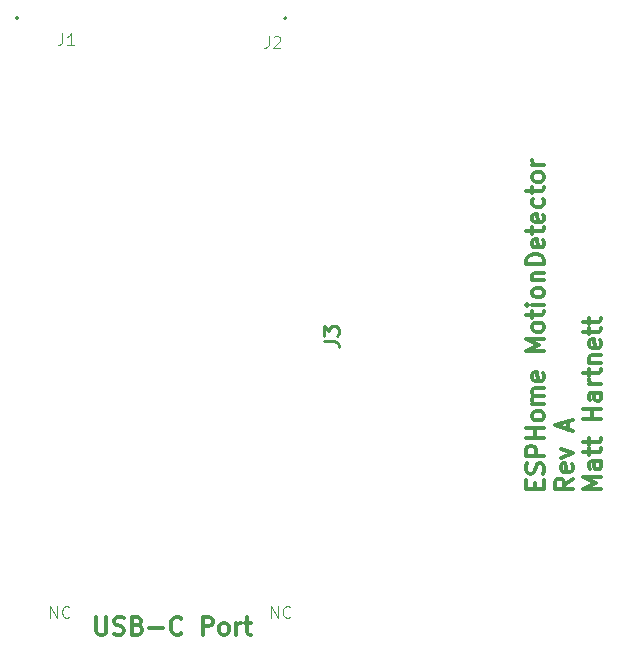
<source format=gto>
%TF.GenerationSoftware,KiCad,Pcbnew,8.0.7-8.0.7-0~ubuntu22.04.1*%
%TF.CreationDate,2024-12-29T16:10:50-07:00*%
%TF.ProjectId,MotionDetector,4d6f7469-6f6e-4446-9574-6563746f722e,A*%
%TF.SameCoordinates,Original*%
%TF.FileFunction,Legend,Top*%
%TF.FilePolarity,Positive*%
%FSLAX46Y46*%
G04 Gerber Fmt 4.6, Leading zero omitted, Abs format (unit mm)*
G04 Created by KiCad (PCBNEW 8.0.7-8.0.7-0~ubuntu22.04.1) date 2024-12-29 16:10:50*
%MOMM*%
%LPD*%
G01*
G04 APERTURE LIST*
%ADD10C,0.300000*%
%ADD11C,0.100000*%
%ADD12C,0.254000*%
%ADD13C,0.200000*%
G04 APERTURE END LIST*
D10*
X143685282Y-89445489D02*
X143685282Y-88945489D01*
X144470996Y-88731203D02*
X144470996Y-89445489D01*
X144470996Y-89445489D02*
X142970996Y-89445489D01*
X142970996Y-89445489D02*
X142970996Y-88731203D01*
X144399568Y-88159774D02*
X144470996Y-87945489D01*
X144470996Y-87945489D02*
X144470996Y-87588346D01*
X144470996Y-87588346D02*
X144399568Y-87445489D01*
X144399568Y-87445489D02*
X144328139Y-87374060D01*
X144328139Y-87374060D02*
X144185282Y-87302631D01*
X144185282Y-87302631D02*
X144042425Y-87302631D01*
X144042425Y-87302631D02*
X143899568Y-87374060D01*
X143899568Y-87374060D02*
X143828139Y-87445489D01*
X143828139Y-87445489D02*
X143756710Y-87588346D01*
X143756710Y-87588346D02*
X143685282Y-87874060D01*
X143685282Y-87874060D02*
X143613853Y-88016917D01*
X143613853Y-88016917D02*
X143542425Y-88088346D01*
X143542425Y-88088346D02*
X143399568Y-88159774D01*
X143399568Y-88159774D02*
X143256710Y-88159774D01*
X143256710Y-88159774D02*
X143113853Y-88088346D01*
X143113853Y-88088346D02*
X143042425Y-88016917D01*
X143042425Y-88016917D02*
X142970996Y-87874060D01*
X142970996Y-87874060D02*
X142970996Y-87516917D01*
X142970996Y-87516917D02*
X143042425Y-87302631D01*
X144470996Y-86659775D02*
X142970996Y-86659775D01*
X142970996Y-86659775D02*
X142970996Y-86088346D01*
X142970996Y-86088346D02*
X143042425Y-85945489D01*
X143042425Y-85945489D02*
X143113853Y-85874060D01*
X143113853Y-85874060D02*
X143256710Y-85802632D01*
X143256710Y-85802632D02*
X143470996Y-85802632D01*
X143470996Y-85802632D02*
X143613853Y-85874060D01*
X143613853Y-85874060D02*
X143685282Y-85945489D01*
X143685282Y-85945489D02*
X143756710Y-86088346D01*
X143756710Y-86088346D02*
X143756710Y-86659775D01*
X144470996Y-85159775D02*
X142970996Y-85159775D01*
X143685282Y-85159775D02*
X143685282Y-84302632D01*
X144470996Y-84302632D02*
X142970996Y-84302632D01*
X144470996Y-83374060D02*
X144399568Y-83516917D01*
X144399568Y-83516917D02*
X144328139Y-83588346D01*
X144328139Y-83588346D02*
X144185282Y-83659774D01*
X144185282Y-83659774D02*
X143756710Y-83659774D01*
X143756710Y-83659774D02*
X143613853Y-83588346D01*
X143613853Y-83588346D02*
X143542425Y-83516917D01*
X143542425Y-83516917D02*
X143470996Y-83374060D01*
X143470996Y-83374060D02*
X143470996Y-83159774D01*
X143470996Y-83159774D02*
X143542425Y-83016917D01*
X143542425Y-83016917D02*
X143613853Y-82945489D01*
X143613853Y-82945489D02*
X143756710Y-82874060D01*
X143756710Y-82874060D02*
X144185282Y-82874060D01*
X144185282Y-82874060D02*
X144328139Y-82945489D01*
X144328139Y-82945489D02*
X144399568Y-83016917D01*
X144399568Y-83016917D02*
X144470996Y-83159774D01*
X144470996Y-83159774D02*
X144470996Y-83374060D01*
X144470996Y-82231203D02*
X143470996Y-82231203D01*
X143613853Y-82231203D02*
X143542425Y-82159774D01*
X143542425Y-82159774D02*
X143470996Y-82016917D01*
X143470996Y-82016917D02*
X143470996Y-81802631D01*
X143470996Y-81802631D02*
X143542425Y-81659774D01*
X143542425Y-81659774D02*
X143685282Y-81588346D01*
X143685282Y-81588346D02*
X144470996Y-81588346D01*
X143685282Y-81588346D02*
X143542425Y-81516917D01*
X143542425Y-81516917D02*
X143470996Y-81374060D01*
X143470996Y-81374060D02*
X143470996Y-81159774D01*
X143470996Y-81159774D02*
X143542425Y-81016917D01*
X143542425Y-81016917D02*
X143685282Y-80945488D01*
X143685282Y-80945488D02*
X144470996Y-80945488D01*
X144399568Y-79659774D02*
X144470996Y-79802631D01*
X144470996Y-79802631D02*
X144470996Y-80088346D01*
X144470996Y-80088346D02*
X144399568Y-80231203D01*
X144399568Y-80231203D02*
X144256710Y-80302631D01*
X144256710Y-80302631D02*
X143685282Y-80302631D01*
X143685282Y-80302631D02*
X143542425Y-80231203D01*
X143542425Y-80231203D02*
X143470996Y-80088346D01*
X143470996Y-80088346D02*
X143470996Y-79802631D01*
X143470996Y-79802631D02*
X143542425Y-79659774D01*
X143542425Y-79659774D02*
X143685282Y-79588346D01*
X143685282Y-79588346D02*
X143828139Y-79588346D01*
X143828139Y-79588346D02*
X143970996Y-80302631D01*
X144470996Y-77802632D02*
X142970996Y-77802632D01*
X142970996Y-77802632D02*
X144042425Y-77302632D01*
X144042425Y-77302632D02*
X142970996Y-76802632D01*
X142970996Y-76802632D02*
X144470996Y-76802632D01*
X144470996Y-75874060D02*
X144399568Y-76016917D01*
X144399568Y-76016917D02*
X144328139Y-76088346D01*
X144328139Y-76088346D02*
X144185282Y-76159774D01*
X144185282Y-76159774D02*
X143756710Y-76159774D01*
X143756710Y-76159774D02*
X143613853Y-76088346D01*
X143613853Y-76088346D02*
X143542425Y-76016917D01*
X143542425Y-76016917D02*
X143470996Y-75874060D01*
X143470996Y-75874060D02*
X143470996Y-75659774D01*
X143470996Y-75659774D02*
X143542425Y-75516917D01*
X143542425Y-75516917D02*
X143613853Y-75445489D01*
X143613853Y-75445489D02*
X143756710Y-75374060D01*
X143756710Y-75374060D02*
X144185282Y-75374060D01*
X144185282Y-75374060D02*
X144328139Y-75445489D01*
X144328139Y-75445489D02*
X144399568Y-75516917D01*
X144399568Y-75516917D02*
X144470996Y-75659774D01*
X144470996Y-75659774D02*
X144470996Y-75874060D01*
X143470996Y-74945488D02*
X143470996Y-74374060D01*
X142970996Y-74731203D02*
X144256710Y-74731203D01*
X144256710Y-74731203D02*
X144399568Y-74659774D01*
X144399568Y-74659774D02*
X144470996Y-74516917D01*
X144470996Y-74516917D02*
X144470996Y-74374060D01*
X144470996Y-73874060D02*
X143470996Y-73874060D01*
X142970996Y-73874060D02*
X143042425Y-73945488D01*
X143042425Y-73945488D02*
X143113853Y-73874060D01*
X143113853Y-73874060D02*
X143042425Y-73802631D01*
X143042425Y-73802631D02*
X142970996Y-73874060D01*
X142970996Y-73874060D02*
X143113853Y-73874060D01*
X144470996Y-72945488D02*
X144399568Y-73088345D01*
X144399568Y-73088345D02*
X144328139Y-73159774D01*
X144328139Y-73159774D02*
X144185282Y-73231202D01*
X144185282Y-73231202D02*
X143756710Y-73231202D01*
X143756710Y-73231202D02*
X143613853Y-73159774D01*
X143613853Y-73159774D02*
X143542425Y-73088345D01*
X143542425Y-73088345D02*
X143470996Y-72945488D01*
X143470996Y-72945488D02*
X143470996Y-72731202D01*
X143470996Y-72731202D02*
X143542425Y-72588345D01*
X143542425Y-72588345D02*
X143613853Y-72516917D01*
X143613853Y-72516917D02*
X143756710Y-72445488D01*
X143756710Y-72445488D02*
X144185282Y-72445488D01*
X144185282Y-72445488D02*
X144328139Y-72516917D01*
X144328139Y-72516917D02*
X144399568Y-72588345D01*
X144399568Y-72588345D02*
X144470996Y-72731202D01*
X144470996Y-72731202D02*
X144470996Y-72945488D01*
X143470996Y-71802631D02*
X144470996Y-71802631D01*
X143613853Y-71802631D02*
X143542425Y-71731202D01*
X143542425Y-71731202D02*
X143470996Y-71588345D01*
X143470996Y-71588345D02*
X143470996Y-71374059D01*
X143470996Y-71374059D02*
X143542425Y-71231202D01*
X143542425Y-71231202D02*
X143685282Y-71159774D01*
X143685282Y-71159774D02*
X144470996Y-71159774D01*
X144470996Y-70445488D02*
X142970996Y-70445488D01*
X142970996Y-70445488D02*
X142970996Y-70088345D01*
X142970996Y-70088345D02*
X143042425Y-69874059D01*
X143042425Y-69874059D02*
X143185282Y-69731202D01*
X143185282Y-69731202D02*
X143328139Y-69659773D01*
X143328139Y-69659773D02*
X143613853Y-69588345D01*
X143613853Y-69588345D02*
X143828139Y-69588345D01*
X143828139Y-69588345D02*
X144113853Y-69659773D01*
X144113853Y-69659773D02*
X144256710Y-69731202D01*
X144256710Y-69731202D02*
X144399568Y-69874059D01*
X144399568Y-69874059D02*
X144470996Y-70088345D01*
X144470996Y-70088345D02*
X144470996Y-70445488D01*
X144399568Y-68374059D02*
X144470996Y-68516916D01*
X144470996Y-68516916D02*
X144470996Y-68802631D01*
X144470996Y-68802631D02*
X144399568Y-68945488D01*
X144399568Y-68945488D02*
X144256710Y-69016916D01*
X144256710Y-69016916D02*
X143685282Y-69016916D01*
X143685282Y-69016916D02*
X143542425Y-68945488D01*
X143542425Y-68945488D02*
X143470996Y-68802631D01*
X143470996Y-68802631D02*
X143470996Y-68516916D01*
X143470996Y-68516916D02*
X143542425Y-68374059D01*
X143542425Y-68374059D02*
X143685282Y-68302631D01*
X143685282Y-68302631D02*
X143828139Y-68302631D01*
X143828139Y-68302631D02*
X143970996Y-69016916D01*
X143470996Y-67874059D02*
X143470996Y-67302631D01*
X142970996Y-67659774D02*
X144256710Y-67659774D01*
X144256710Y-67659774D02*
X144399568Y-67588345D01*
X144399568Y-67588345D02*
X144470996Y-67445488D01*
X144470996Y-67445488D02*
X144470996Y-67302631D01*
X144399568Y-66231202D02*
X144470996Y-66374059D01*
X144470996Y-66374059D02*
X144470996Y-66659774D01*
X144470996Y-66659774D02*
X144399568Y-66802631D01*
X144399568Y-66802631D02*
X144256710Y-66874059D01*
X144256710Y-66874059D02*
X143685282Y-66874059D01*
X143685282Y-66874059D02*
X143542425Y-66802631D01*
X143542425Y-66802631D02*
X143470996Y-66659774D01*
X143470996Y-66659774D02*
X143470996Y-66374059D01*
X143470996Y-66374059D02*
X143542425Y-66231202D01*
X143542425Y-66231202D02*
X143685282Y-66159774D01*
X143685282Y-66159774D02*
X143828139Y-66159774D01*
X143828139Y-66159774D02*
X143970996Y-66874059D01*
X144399568Y-64874060D02*
X144470996Y-65016917D01*
X144470996Y-65016917D02*
X144470996Y-65302631D01*
X144470996Y-65302631D02*
X144399568Y-65445488D01*
X144399568Y-65445488D02*
X144328139Y-65516917D01*
X144328139Y-65516917D02*
X144185282Y-65588345D01*
X144185282Y-65588345D02*
X143756710Y-65588345D01*
X143756710Y-65588345D02*
X143613853Y-65516917D01*
X143613853Y-65516917D02*
X143542425Y-65445488D01*
X143542425Y-65445488D02*
X143470996Y-65302631D01*
X143470996Y-65302631D02*
X143470996Y-65016917D01*
X143470996Y-65016917D02*
X143542425Y-64874060D01*
X143470996Y-64445488D02*
X143470996Y-63874060D01*
X142970996Y-64231203D02*
X144256710Y-64231203D01*
X144256710Y-64231203D02*
X144399568Y-64159774D01*
X144399568Y-64159774D02*
X144470996Y-64016917D01*
X144470996Y-64016917D02*
X144470996Y-63874060D01*
X144470996Y-63159774D02*
X144399568Y-63302631D01*
X144399568Y-63302631D02*
X144328139Y-63374060D01*
X144328139Y-63374060D02*
X144185282Y-63445488D01*
X144185282Y-63445488D02*
X143756710Y-63445488D01*
X143756710Y-63445488D02*
X143613853Y-63374060D01*
X143613853Y-63374060D02*
X143542425Y-63302631D01*
X143542425Y-63302631D02*
X143470996Y-63159774D01*
X143470996Y-63159774D02*
X143470996Y-62945488D01*
X143470996Y-62945488D02*
X143542425Y-62802631D01*
X143542425Y-62802631D02*
X143613853Y-62731203D01*
X143613853Y-62731203D02*
X143756710Y-62659774D01*
X143756710Y-62659774D02*
X144185282Y-62659774D01*
X144185282Y-62659774D02*
X144328139Y-62731203D01*
X144328139Y-62731203D02*
X144399568Y-62802631D01*
X144399568Y-62802631D02*
X144470996Y-62945488D01*
X144470996Y-62945488D02*
X144470996Y-63159774D01*
X144470996Y-62016917D02*
X143470996Y-62016917D01*
X143756710Y-62016917D02*
X143613853Y-61945488D01*
X143613853Y-61945488D02*
X143542425Y-61874060D01*
X143542425Y-61874060D02*
X143470996Y-61731202D01*
X143470996Y-61731202D02*
X143470996Y-61588345D01*
X146885912Y-88588346D02*
X146171626Y-89088346D01*
X146885912Y-89445489D02*
X145385912Y-89445489D01*
X145385912Y-89445489D02*
X145385912Y-88874060D01*
X145385912Y-88874060D02*
X145457341Y-88731203D01*
X145457341Y-88731203D02*
X145528769Y-88659774D01*
X145528769Y-88659774D02*
X145671626Y-88588346D01*
X145671626Y-88588346D02*
X145885912Y-88588346D01*
X145885912Y-88588346D02*
X146028769Y-88659774D01*
X146028769Y-88659774D02*
X146100198Y-88731203D01*
X146100198Y-88731203D02*
X146171626Y-88874060D01*
X146171626Y-88874060D02*
X146171626Y-89445489D01*
X146814484Y-87374060D02*
X146885912Y-87516917D01*
X146885912Y-87516917D02*
X146885912Y-87802632D01*
X146885912Y-87802632D02*
X146814484Y-87945489D01*
X146814484Y-87945489D02*
X146671626Y-88016917D01*
X146671626Y-88016917D02*
X146100198Y-88016917D01*
X146100198Y-88016917D02*
X145957341Y-87945489D01*
X145957341Y-87945489D02*
X145885912Y-87802632D01*
X145885912Y-87802632D02*
X145885912Y-87516917D01*
X145885912Y-87516917D02*
X145957341Y-87374060D01*
X145957341Y-87374060D02*
X146100198Y-87302632D01*
X146100198Y-87302632D02*
X146243055Y-87302632D01*
X146243055Y-87302632D02*
X146385912Y-88016917D01*
X145885912Y-86802632D02*
X146885912Y-86445489D01*
X146885912Y-86445489D02*
X145885912Y-86088346D01*
X146457341Y-84445489D02*
X146457341Y-83731204D01*
X146885912Y-84588346D02*
X145385912Y-84088346D01*
X145385912Y-84088346D02*
X146885912Y-83588346D01*
X149300828Y-89445489D02*
X147800828Y-89445489D01*
X147800828Y-89445489D02*
X148872257Y-88945489D01*
X148872257Y-88945489D02*
X147800828Y-88445489D01*
X147800828Y-88445489D02*
X149300828Y-88445489D01*
X149300828Y-87088346D02*
X148515114Y-87088346D01*
X148515114Y-87088346D02*
X148372257Y-87159774D01*
X148372257Y-87159774D02*
X148300828Y-87302631D01*
X148300828Y-87302631D02*
X148300828Y-87588346D01*
X148300828Y-87588346D02*
X148372257Y-87731203D01*
X149229400Y-87088346D02*
X149300828Y-87231203D01*
X149300828Y-87231203D02*
X149300828Y-87588346D01*
X149300828Y-87588346D02*
X149229400Y-87731203D01*
X149229400Y-87731203D02*
X149086542Y-87802631D01*
X149086542Y-87802631D02*
X148943685Y-87802631D01*
X148943685Y-87802631D02*
X148800828Y-87731203D01*
X148800828Y-87731203D02*
X148729400Y-87588346D01*
X148729400Y-87588346D02*
X148729400Y-87231203D01*
X148729400Y-87231203D02*
X148657971Y-87088346D01*
X148300828Y-86588345D02*
X148300828Y-86016917D01*
X147800828Y-86374060D02*
X149086542Y-86374060D01*
X149086542Y-86374060D02*
X149229400Y-86302631D01*
X149229400Y-86302631D02*
X149300828Y-86159774D01*
X149300828Y-86159774D02*
X149300828Y-86016917D01*
X148300828Y-85731202D02*
X148300828Y-85159774D01*
X147800828Y-85516917D02*
X149086542Y-85516917D01*
X149086542Y-85516917D02*
X149229400Y-85445488D01*
X149229400Y-85445488D02*
X149300828Y-85302631D01*
X149300828Y-85302631D02*
X149300828Y-85159774D01*
X149300828Y-83516917D02*
X147800828Y-83516917D01*
X148515114Y-83516917D02*
X148515114Y-82659774D01*
X149300828Y-82659774D02*
X147800828Y-82659774D01*
X149300828Y-81302631D02*
X148515114Y-81302631D01*
X148515114Y-81302631D02*
X148372257Y-81374059D01*
X148372257Y-81374059D02*
X148300828Y-81516916D01*
X148300828Y-81516916D02*
X148300828Y-81802631D01*
X148300828Y-81802631D02*
X148372257Y-81945488D01*
X149229400Y-81302631D02*
X149300828Y-81445488D01*
X149300828Y-81445488D02*
X149300828Y-81802631D01*
X149300828Y-81802631D02*
X149229400Y-81945488D01*
X149229400Y-81945488D02*
X149086542Y-82016916D01*
X149086542Y-82016916D02*
X148943685Y-82016916D01*
X148943685Y-82016916D02*
X148800828Y-81945488D01*
X148800828Y-81945488D02*
X148729400Y-81802631D01*
X148729400Y-81802631D02*
X148729400Y-81445488D01*
X148729400Y-81445488D02*
X148657971Y-81302631D01*
X149300828Y-80588345D02*
X148300828Y-80588345D01*
X148586542Y-80588345D02*
X148443685Y-80516916D01*
X148443685Y-80516916D02*
X148372257Y-80445488D01*
X148372257Y-80445488D02*
X148300828Y-80302630D01*
X148300828Y-80302630D02*
X148300828Y-80159773D01*
X148300828Y-79874059D02*
X148300828Y-79302631D01*
X147800828Y-79659774D02*
X149086542Y-79659774D01*
X149086542Y-79659774D02*
X149229400Y-79588345D01*
X149229400Y-79588345D02*
X149300828Y-79445488D01*
X149300828Y-79445488D02*
X149300828Y-79302631D01*
X148300828Y-78802631D02*
X149300828Y-78802631D01*
X148443685Y-78802631D02*
X148372257Y-78731202D01*
X148372257Y-78731202D02*
X148300828Y-78588345D01*
X148300828Y-78588345D02*
X148300828Y-78374059D01*
X148300828Y-78374059D02*
X148372257Y-78231202D01*
X148372257Y-78231202D02*
X148515114Y-78159774D01*
X148515114Y-78159774D02*
X149300828Y-78159774D01*
X149229400Y-76874059D02*
X149300828Y-77016916D01*
X149300828Y-77016916D02*
X149300828Y-77302631D01*
X149300828Y-77302631D02*
X149229400Y-77445488D01*
X149229400Y-77445488D02*
X149086542Y-77516916D01*
X149086542Y-77516916D02*
X148515114Y-77516916D01*
X148515114Y-77516916D02*
X148372257Y-77445488D01*
X148372257Y-77445488D02*
X148300828Y-77302631D01*
X148300828Y-77302631D02*
X148300828Y-77016916D01*
X148300828Y-77016916D02*
X148372257Y-76874059D01*
X148372257Y-76874059D02*
X148515114Y-76802631D01*
X148515114Y-76802631D02*
X148657971Y-76802631D01*
X148657971Y-76802631D02*
X148800828Y-77516916D01*
X148300828Y-76374059D02*
X148300828Y-75802631D01*
X147800828Y-76159774D02*
X149086542Y-76159774D01*
X149086542Y-76159774D02*
X149229400Y-76088345D01*
X149229400Y-76088345D02*
X149300828Y-75945488D01*
X149300828Y-75945488D02*
X149300828Y-75802631D01*
X148300828Y-75516916D02*
X148300828Y-74945488D01*
X147800828Y-75302631D02*
X149086542Y-75302631D01*
X149086542Y-75302631D02*
X149229400Y-75231202D01*
X149229400Y-75231202D02*
X149300828Y-75088345D01*
X149300828Y-75088345D02*
X149300828Y-74945488D01*
X106554510Y-100300828D02*
X106554510Y-101515114D01*
X106554510Y-101515114D02*
X106625939Y-101657971D01*
X106625939Y-101657971D02*
X106697368Y-101729400D01*
X106697368Y-101729400D02*
X106840225Y-101800828D01*
X106840225Y-101800828D02*
X107125939Y-101800828D01*
X107125939Y-101800828D02*
X107268796Y-101729400D01*
X107268796Y-101729400D02*
X107340225Y-101657971D01*
X107340225Y-101657971D02*
X107411653Y-101515114D01*
X107411653Y-101515114D02*
X107411653Y-100300828D01*
X108054511Y-101729400D02*
X108268797Y-101800828D01*
X108268797Y-101800828D02*
X108625939Y-101800828D01*
X108625939Y-101800828D02*
X108768797Y-101729400D01*
X108768797Y-101729400D02*
X108840225Y-101657971D01*
X108840225Y-101657971D02*
X108911654Y-101515114D01*
X108911654Y-101515114D02*
X108911654Y-101372257D01*
X108911654Y-101372257D02*
X108840225Y-101229400D01*
X108840225Y-101229400D02*
X108768797Y-101157971D01*
X108768797Y-101157971D02*
X108625939Y-101086542D01*
X108625939Y-101086542D02*
X108340225Y-101015114D01*
X108340225Y-101015114D02*
X108197368Y-100943685D01*
X108197368Y-100943685D02*
X108125939Y-100872257D01*
X108125939Y-100872257D02*
X108054511Y-100729400D01*
X108054511Y-100729400D02*
X108054511Y-100586542D01*
X108054511Y-100586542D02*
X108125939Y-100443685D01*
X108125939Y-100443685D02*
X108197368Y-100372257D01*
X108197368Y-100372257D02*
X108340225Y-100300828D01*
X108340225Y-100300828D02*
X108697368Y-100300828D01*
X108697368Y-100300828D02*
X108911654Y-100372257D01*
X110054510Y-101015114D02*
X110268796Y-101086542D01*
X110268796Y-101086542D02*
X110340225Y-101157971D01*
X110340225Y-101157971D02*
X110411653Y-101300828D01*
X110411653Y-101300828D02*
X110411653Y-101515114D01*
X110411653Y-101515114D02*
X110340225Y-101657971D01*
X110340225Y-101657971D02*
X110268796Y-101729400D01*
X110268796Y-101729400D02*
X110125939Y-101800828D01*
X110125939Y-101800828D02*
X109554510Y-101800828D01*
X109554510Y-101800828D02*
X109554510Y-100300828D01*
X109554510Y-100300828D02*
X110054510Y-100300828D01*
X110054510Y-100300828D02*
X110197368Y-100372257D01*
X110197368Y-100372257D02*
X110268796Y-100443685D01*
X110268796Y-100443685D02*
X110340225Y-100586542D01*
X110340225Y-100586542D02*
X110340225Y-100729400D01*
X110340225Y-100729400D02*
X110268796Y-100872257D01*
X110268796Y-100872257D02*
X110197368Y-100943685D01*
X110197368Y-100943685D02*
X110054510Y-101015114D01*
X110054510Y-101015114D02*
X109554510Y-101015114D01*
X111054510Y-101229400D02*
X112197368Y-101229400D01*
X113768796Y-101657971D02*
X113697368Y-101729400D01*
X113697368Y-101729400D02*
X113483082Y-101800828D01*
X113483082Y-101800828D02*
X113340225Y-101800828D01*
X113340225Y-101800828D02*
X113125939Y-101729400D01*
X113125939Y-101729400D02*
X112983082Y-101586542D01*
X112983082Y-101586542D02*
X112911653Y-101443685D01*
X112911653Y-101443685D02*
X112840225Y-101157971D01*
X112840225Y-101157971D02*
X112840225Y-100943685D01*
X112840225Y-100943685D02*
X112911653Y-100657971D01*
X112911653Y-100657971D02*
X112983082Y-100515114D01*
X112983082Y-100515114D02*
X113125939Y-100372257D01*
X113125939Y-100372257D02*
X113340225Y-100300828D01*
X113340225Y-100300828D02*
X113483082Y-100300828D01*
X113483082Y-100300828D02*
X113697368Y-100372257D01*
X113697368Y-100372257D02*
X113768796Y-100443685D01*
X115554510Y-101800828D02*
X115554510Y-100300828D01*
X115554510Y-100300828D02*
X116125939Y-100300828D01*
X116125939Y-100300828D02*
X116268796Y-100372257D01*
X116268796Y-100372257D02*
X116340225Y-100443685D01*
X116340225Y-100443685D02*
X116411653Y-100586542D01*
X116411653Y-100586542D02*
X116411653Y-100800828D01*
X116411653Y-100800828D02*
X116340225Y-100943685D01*
X116340225Y-100943685D02*
X116268796Y-101015114D01*
X116268796Y-101015114D02*
X116125939Y-101086542D01*
X116125939Y-101086542D02*
X115554510Y-101086542D01*
X117268796Y-101800828D02*
X117125939Y-101729400D01*
X117125939Y-101729400D02*
X117054510Y-101657971D01*
X117054510Y-101657971D02*
X116983082Y-101515114D01*
X116983082Y-101515114D02*
X116983082Y-101086542D01*
X116983082Y-101086542D02*
X117054510Y-100943685D01*
X117054510Y-100943685D02*
X117125939Y-100872257D01*
X117125939Y-100872257D02*
X117268796Y-100800828D01*
X117268796Y-100800828D02*
X117483082Y-100800828D01*
X117483082Y-100800828D02*
X117625939Y-100872257D01*
X117625939Y-100872257D02*
X117697368Y-100943685D01*
X117697368Y-100943685D02*
X117768796Y-101086542D01*
X117768796Y-101086542D02*
X117768796Y-101515114D01*
X117768796Y-101515114D02*
X117697368Y-101657971D01*
X117697368Y-101657971D02*
X117625939Y-101729400D01*
X117625939Y-101729400D02*
X117483082Y-101800828D01*
X117483082Y-101800828D02*
X117268796Y-101800828D01*
X118411653Y-101800828D02*
X118411653Y-100800828D01*
X118411653Y-101086542D02*
X118483082Y-100943685D01*
X118483082Y-100943685D02*
X118554511Y-100872257D01*
X118554511Y-100872257D02*
X118697368Y-100800828D01*
X118697368Y-100800828D02*
X118840225Y-100800828D01*
X119125939Y-100800828D02*
X119697367Y-100800828D01*
X119340224Y-100300828D02*
X119340224Y-101586542D01*
X119340224Y-101586542D02*
X119411653Y-101729400D01*
X119411653Y-101729400D02*
X119554510Y-101800828D01*
X119554510Y-101800828D02*
X119697367Y-101800828D01*
D11*
X121353884Y-100372419D02*
X121353884Y-99372419D01*
X121353884Y-99372419D02*
X121925312Y-100372419D01*
X121925312Y-100372419D02*
X121925312Y-99372419D01*
X122972931Y-100277180D02*
X122925312Y-100324800D01*
X122925312Y-100324800D02*
X122782455Y-100372419D01*
X122782455Y-100372419D02*
X122687217Y-100372419D01*
X122687217Y-100372419D02*
X122544360Y-100324800D01*
X122544360Y-100324800D02*
X122449122Y-100229561D01*
X122449122Y-100229561D02*
X122401503Y-100134323D01*
X122401503Y-100134323D02*
X122353884Y-99943847D01*
X122353884Y-99943847D02*
X122353884Y-99800990D01*
X122353884Y-99800990D02*
X122401503Y-99610514D01*
X122401503Y-99610514D02*
X122449122Y-99515276D01*
X122449122Y-99515276D02*
X122544360Y-99420038D01*
X122544360Y-99420038D02*
X122687217Y-99372419D01*
X122687217Y-99372419D02*
X122782455Y-99372419D01*
X122782455Y-99372419D02*
X122925312Y-99420038D01*
X122925312Y-99420038D02*
X122972931Y-99467657D01*
X121139598Y-51122419D02*
X121139598Y-51836704D01*
X121139598Y-51836704D02*
X121091979Y-51979561D01*
X121091979Y-51979561D02*
X120996741Y-52074800D01*
X120996741Y-52074800D02*
X120853884Y-52122419D01*
X120853884Y-52122419D02*
X120758646Y-52122419D01*
X121568170Y-51217657D02*
X121615789Y-51170038D01*
X121615789Y-51170038D02*
X121711027Y-51122419D01*
X121711027Y-51122419D02*
X121949122Y-51122419D01*
X121949122Y-51122419D02*
X122044360Y-51170038D01*
X122044360Y-51170038D02*
X122091979Y-51217657D01*
X122091979Y-51217657D02*
X122139598Y-51312895D01*
X122139598Y-51312895D02*
X122139598Y-51408133D01*
X122139598Y-51408133D02*
X122091979Y-51550990D01*
X122091979Y-51550990D02*
X121520551Y-52122419D01*
X121520551Y-52122419D02*
X122139598Y-52122419D01*
X102653884Y-100372419D02*
X102653884Y-99372419D01*
X102653884Y-99372419D02*
X103225312Y-100372419D01*
X103225312Y-100372419D02*
X103225312Y-99372419D01*
X104272931Y-100277180D02*
X104225312Y-100324800D01*
X104225312Y-100324800D02*
X104082455Y-100372419D01*
X104082455Y-100372419D02*
X103987217Y-100372419D01*
X103987217Y-100372419D02*
X103844360Y-100324800D01*
X103844360Y-100324800D02*
X103749122Y-100229561D01*
X103749122Y-100229561D02*
X103701503Y-100134323D01*
X103701503Y-100134323D02*
X103653884Y-99943847D01*
X103653884Y-99943847D02*
X103653884Y-99800990D01*
X103653884Y-99800990D02*
X103701503Y-99610514D01*
X103701503Y-99610514D02*
X103749122Y-99515276D01*
X103749122Y-99515276D02*
X103844360Y-99420038D01*
X103844360Y-99420038D02*
X103987217Y-99372419D01*
X103987217Y-99372419D02*
X104082455Y-99372419D01*
X104082455Y-99372419D02*
X104225312Y-99420038D01*
X104225312Y-99420038D02*
X104272931Y-99467657D01*
X103689598Y-50872419D02*
X103689598Y-51586704D01*
X103689598Y-51586704D02*
X103641979Y-51729561D01*
X103641979Y-51729561D02*
X103546741Y-51824800D01*
X103546741Y-51824800D02*
X103403884Y-51872419D01*
X103403884Y-51872419D02*
X103308646Y-51872419D01*
X104689598Y-51872419D02*
X104118170Y-51872419D01*
X104403884Y-51872419D02*
X104403884Y-50872419D01*
X104403884Y-50872419D02*
X104308646Y-51015276D01*
X104308646Y-51015276D02*
X104213408Y-51110514D01*
X104213408Y-51110514D02*
X104118170Y-51158133D01*
D12*
X125804318Y-76963332D02*
X126711461Y-76963332D01*
X126711461Y-76963332D02*
X126892889Y-77023809D01*
X126892889Y-77023809D02*
X127013842Y-77144761D01*
X127013842Y-77144761D02*
X127074318Y-77326190D01*
X127074318Y-77326190D02*
X127074318Y-77447142D01*
X125804318Y-76479523D02*
X125804318Y-75693332D01*
X125804318Y-75693332D02*
X126288127Y-76116666D01*
X126288127Y-76116666D02*
X126288127Y-75935237D01*
X126288127Y-75935237D02*
X126348603Y-75814285D01*
X126348603Y-75814285D02*
X126409080Y-75753809D01*
X126409080Y-75753809D02*
X126530032Y-75693332D01*
X126530032Y-75693332D02*
X126832413Y-75693332D01*
X126832413Y-75693332D02*
X126953365Y-75753809D01*
X126953365Y-75753809D02*
X127013842Y-75814285D01*
X127013842Y-75814285D02*
X127074318Y-75935237D01*
X127074318Y-75935237D02*
X127074318Y-76298094D01*
X127074318Y-76298094D02*
X127013842Y-76419047D01*
X127013842Y-76419047D02*
X126953365Y-76479523D01*
D13*
%TO.C,J2*%
X122650000Y-49590000D02*
G75*
G02*
X122450000Y-49590000I-100000J0D01*
G01*
X122450000Y-49590000D02*
G75*
G02*
X122650000Y-49590000I100000J0D01*
G01*
%TO.C,J1*%
X99950000Y-49590000D02*
G75*
G02*
X99750000Y-49590000I-100000J0D01*
G01*
X99750000Y-49590000D02*
G75*
G02*
X99950000Y-49590000I100000J0D01*
G01*
%TD*%
M02*

</source>
